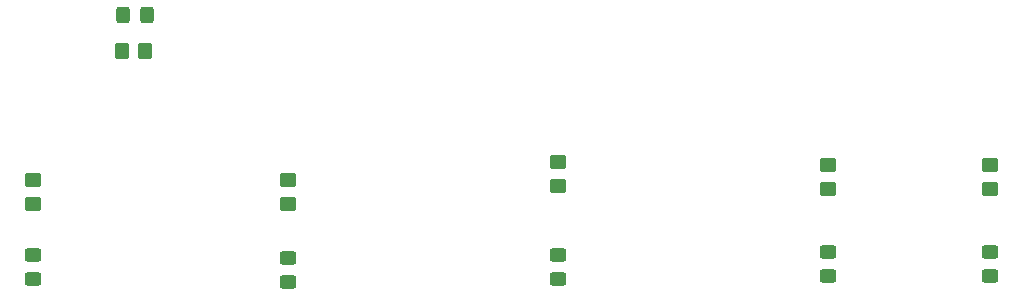
<source format=gbr>
%TF.GenerationSoftware,KiCad,Pcbnew,6.0.6-3a73a75311~116~ubuntu20.04.1*%
%TF.CreationDate,2022-06-26T16:51:51-05:00*%
%TF.ProjectId,BigClive_AA_Battery_Trickle_Charger_v000,42696743-6c69-4766-955f-41415f426174,rev?*%
%TF.SameCoordinates,Original*%
%TF.FileFunction,Paste,Bot*%
%TF.FilePolarity,Positive*%
%FSLAX46Y46*%
G04 Gerber Fmt 4.6, Leading zero omitted, Abs format (unit mm)*
G04 Created by KiCad (PCBNEW 6.0.6-3a73a75311~116~ubuntu20.04.1) date 2022-06-26 16:51:51*
%MOMM*%
%LPD*%
G01*
G04 APERTURE LIST*
G04 Aperture macros list*
%AMRoundRect*
0 Rectangle with rounded corners*
0 $1 Rounding radius*
0 $2 $3 $4 $5 $6 $7 $8 $9 X,Y pos of 4 corners*
0 Add a 4 corners polygon primitive as box body*
4,1,4,$2,$3,$4,$5,$6,$7,$8,$9,$2,$3,0*
0 Add four circle primitives for the rounded corners*
1,1,$1+$1,$2,$3*
1,1,$1+$1,$4,$5*
1,1,$1+$1,$6,$7*
1,1,$1+$1,$8,$9*
0 Add four rect primitives between the rounded corners*
20,1,$1+$1,$2,$3,$4,$5,0*
20,1,$1+$1,$4,$5,$6,$7,0*
20,1,$1+$1,$6,$7,$8,$9,0*
20,1,$1+$1,$8,$9,$2,$3,0*%
G04 Aperture macros list end*
%ADD10RoundRect,0.250000X0.450000X-0.325000X0.450000X0.325000X-0.450000X0.325000X-0.450000X-0.325000X0*%
%ADD11RoundRect,0.250000X-0.450000X0.350000X-0.450000X-0.350000X0.450000X-0.350000X0.450000X0.350000X0*%
%ADD12RoundRect,0.250000X0.350000X0.450000X-0.350000X0.450000X-0.350000X-0.450000X0.350000X-0.450000X0*%
%ADD13RoundRect,0.250000X0.325000X0.450000X-0.325000X0.450000X-0.325000X-0.450000X0.325000X-0.450000X0*%
G04 APERTURE END LIST*
D10*
%TO.C,D10*%
X170962000Y-65271000D03*
X170962000Y-63221000D03*
%TD*%
D11*
%TO.C,R8*%
X126512000Y-56896000D03*
X126512000Y-58896000D03*
%TD*%
%TO.C,R10*%
X170962000Y-55372000D03*
X170962000Y-57372000D03*
%TD*%
D10*
%TO.C,D9*%
X148102000Y-65525000D03*
X148102000Y-63475000D03*
%TD*%
D12*
%TO.C,R13*%
X136040000Y-45920000D03*
X134040000Y-45920000D03*
%TD*%
D13*
%TO.C,D13*%
X136173000Y-42910000D03*
X134123000Y-42910000D03*
%TD*%
D10*
%TO.C,D8*%
X126512000Y-65271000D03*
X126512000Y-63221000D03*
%TD*%
D11*
%TO.C,R11*%
X193822000Y-55626000D03*
X193822000Y-57626000D03*
%TD*%
%TO.C,R9*%
X148102000Y-56896000D03*
X148102000Y-58896000D03*
%TD*%
%TO.C,R12*%
X207538000Y-55626000D03*
X207538000Y-57626000D03*
%TD*%
D10*
%TO.C,D11*%
X193822000Y-65017000D03*
X193822000Y-62967000D03*
%TD*%
%TO.C,D12*%
X207538000Y-65017000D03*
X207538000Y-62967000D03*
%TD*%
M02*

</source>
